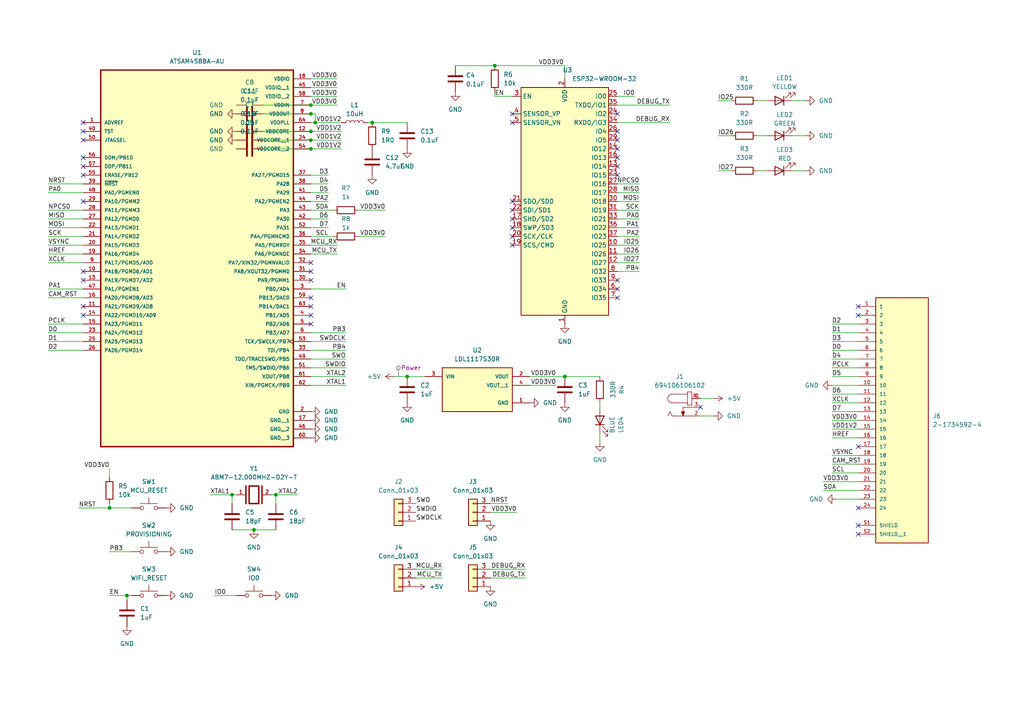
<source format=kicad_sch>
(kicad_sch (version 20250114) (generator "eeschema") (generator_version "9.0")
  (paper "A4")
  (title_block (title "EE326 Webcam Board") (date "2026-02-15") (rev "1") (company "Northwestern University"))
  (lib_symbols
    (symbol "2-1734592-4:2-1734592-4" (pin_names (offset 1.016))
      (property "Reference" "J" (at -7.62 34.29 0))
      (property "Value" "2-1734592-4" (at -7.62 -39.37 0))
      (symbol "2-1734592-4_0_0"
        (rectangle (start -7.62 -38.1) (end 7.62 33.02) (stroke (width 0.254)) (fill (type background)))
        (pin passive line (at -12.7 30.48 0) (length 5.08) (name "1") (number "1"))
        (pin passive line (at -12.7 27.94 0) (length 5.08) (name "2") (number "2"))
        (pin passive line (at -12.7 25.4 0) (length 5.08) (name "3") (number "3"))
        (pin passive line (at -12.7 22.86 0) (length 5.08) (name "4") (number "4"))
        (pin passive line (at -12.7 20.32 0) (length 5.08) (name "5") (number "5"))
        (pin passive line (at -12.7 17.78 0) (length 5.08) (name "6") (number "6"))
        (pin passive line (at -12.7 15.24 0) (length 5.08) (name "7") (number "7"))
        (pin passive line (at -12.7 12.7 0) (length 5.08) (name "8") (number "8"))
        (pin passive line (at -12.7 10.16 0) (length 5.08) (name "9") (number "9"))
        (pin passive line (at -12.7 7.62 0) (length 5.08) (name "10") (number "10"))
        (pin passive line (at -12.7 5.08 0) (length 5.08) (name "11") (number "11"))
        (pin passive line (at -12.7 2.54 0) (length 5.08) (name "12") (number "12"))
        (pin passive line (at -12.7 0 0) (length 5.08) (name "13") (number "13"))
        (pin passive line (at -12.7 -2.54 0) (length 5.08) (name "14") (number "14"))
        (pin passive line (at -12.7 -5.08 0) (length 5.08) (name "15") (number "15"))
        (pin passive line (at -12.7 -7.62 0) (length 5.08) (name "16") (number "16"))
        (pin passive line (at -12.7 -10.16 0) (length 5.08) (name "17") (number "17"))
        (pin passive line (at -12.7 -12.7 0) (length 5.08) (name "18") (number "18"))
        (pin passive line (at -12.7 -15.24 0) (length 5.08) (name "19") (number "19"))
        (pin passive line (at -12.7 -17.78 0) (length 5.08) (name "20") (number "20"))
        (pin passive line (at -12.7 -20.32 0) (length 5.08) (name "21") (number "21"))
        (pin passive line (at -12.7 -22.86 0) (length 5.08) (name "22") (number "22"))
        (pin passive line (at -12.7 -25.4 0) (length 5.08) (name "23") (number "23"))
        (pin passive line (at -12.7 -27.94 0) (length 5.08) (name "24") (number "24"))
        (pin passive line (at -12.7 -33.02 0) (length 5.08) (name "SHIELD") (number "S1"))
        (pin passive line (at -12.7 -35.56 0) (length 5.08) (name "SHIELD__1") (number "S2"))
      )
    )
    (symbol "694106106102:694106106102" (pin_names (offset 1.016))
      (property "Reference" "J" (at 0 2.54 0))
      (property "Value" "694106106102" (at -5.08 -7.62 0))
      (symbol "694106106102_0_0"
        (polyline (pts (xy -3.81 -3.81) (xy -4.445 -5.08)) (stroke (width 0.1524)))
        (polyline (pts (xy -3.175 1.27) (xy 1.27 1.27)) (stroke (width 0.1524)))
        (polyline (pts (xy -3.175 -5.08) (xy -3.81 -3.81)) (stroke (width 0.1524)))
        (arc (start -3.175 -1.27) (mid -4.4394 0) (end -3.175 1.27) (stroke (width 0.1524)))
        (polyline (pts (xy 0 -2.54) (xy 0 -5.08)) (stroke (width 0.1524)))
        (polyline (pts (xy 0 -2.54) (xy 2.54 -2.54)) (stroke (width 0.1524)))
        (polyline (pts (xy 0 -5.08) (xy -0.508 -3.81) (xy 0.508 -3.81) (xy 0 -5.08)) (stroke (width 0.1524)) (fill (type outline)))
        (polyline (pts (xy 1.27 1.905) (xy 1.27 1.27)) (stroke (width 0.1524)))
        (polyline (pts (xy 1.27 1.27) (xy 1.27 -1.27)) (stroke (width 0.1524)))
        (polyline (pts (xy 1.27 -1.27) (xy -3.175 -1.27)) (stroke (width 0.1524)))
        (polyline (pts (xy 1.27 -1.27) (xy 1.27 -1.905)) (stroke (width 0.1524)))
        (polyline (pts (xy 1.27 -1.905) (xy 2.54 -1.905)) (stroke (width 0.1524)))
        (polyline (pts (xy 2.54 1.905) (xy 1.27 1.905)) (stroke (width 0.1524)))
        (polyline (pts (xy 2.54 -1.905) (xy 2.54 1.905)) (stroke (width 0.1524)))
        (polyline (pts (xy 2.54 -5.08) (xy -3.175 -5.08)) (stroke (width 0.1524)))
        (pin power_out line (at 5.08 0 180) (length 2.54) (name "~") (number "1"))
        (pin power_out line (at 5.08 0 180) (length 2.54) (name "~") (number "A1"))
        (pin passive line (at 5.08 -2.54 180) (length 2.54) (name "~") (number "3"))
        (pin power_out line (at 5.08 -5.08 180) (length 2.54) (name "~") (number "2"))
      )
    )
    (symbol "ABM7-12.000MHZ-D2Y-T:ABM7-12.000MHZ-D2Y-T" (pin_names (offset 1.016))
      (property "Reference" "Y" (at -5.0878 3.8159 0))
      (property "Value" "ABM7-12.000MHZ-D2Y-T" (at -5.0944 -5.0944 0))
      (symbol "ABM7-12.000MHZ-D2Y-T_0_0"
        (polyline (pts (xy -2.3368 2.54) (xy -2.3368 -2.54)) (stroke (width 0.4064)))
        (polyline (pts (xy -1.397 2.54) (xy -1.397 -2.54)) (stroke (width 0.4064)))
        (polyline (pts (xy -1.397 2.54) (xy 1.397 2.54)) (stroke (width 0.4064)))
        (polyline (pts (xy 1.397 2.54) (xy 1.397 -2.54)) (stroke (width 0.4064)))
        (polyline (pts (xy 1.397 -2.54) (xy -1.397 -2.54)) (stroke (width 0.4064)))
        (polyline (pts (xy 2.3368 2.54) (xy 2.3368 -2.54)) (stroke (width 0.4064)))
        (pin passive line (at -5.08 0 0) (length 2.54) (name "~") (number "1"))
        (pin passive line (at 5.08 0 180) (length 2.54) (name "~") (number "2"))
      )
    )
    (symbol "ATSAM4S8BA-AU:ATSAM4S8BA-AU" (pin_names (offset 1.016))
      (property "Reference" "U" (at -28.066 46.9306 0))
      (property "Value" "ATSAM4S8BA-AU" (at -28.0509 -67.6975 0))
      (symbol "ATSAM4S8BA-AU_0_0"
        (rectangle (start -27.94 -63.5) (end 27.94 45.72) (stroke (width 0.41)) (fill (type background)))
        (pin input line (at -33.02 30.48 0) (length 5.08) (name "ADVREF") (number "1"))
        (pin input line (at -33.02 27.94 0) (length 5.08) (name "TST") (number "40"))
        (pin input line (at -33.02 25.4 0) (length 5.08) (name "JTAGSEL") (number "50"))
        (pin bidirectional line (at -33.02 20.32 0) (length 5.08) (name "DDM/PB10") (number "56"))
        (pin bidirectional line (at -33.02 17.78 0) (length 5.08) (name "DDP/PB11") (number "57"))
        (pin bidirectional line (at -33.02 15.24 0) (length 5.08) (name "ERASE/PB12") (number "55"))
        (pin bidirectional line (at -33.02 12.7 0) (length 5.08) (name "~{NRST}") (number "39"))
        (pin bidirectional line (at -33.02 10.16 0) (length 5.08) (name "PA0/PGMEN0") (number "48"))
        (pin bidirectional line (at -33.02 7.62 0) (length 5.08) (name "PA10/PGMM2") (number "29"))
        (pin bidirectional line (at -33.02 5.08 0) (length 5.08) (name "PA11/PGMM3") (number "28"))
        (pin bidirectional line (at -33.02 2.54 0) (length 5.08) (name "PA12/PGMD0") (number "27"))
        (pin bidirectional line (at -33.02 0 0) (length 5.08) (name "PA13/PGMD1") (number "22"))
        (pin bidirectional line (at -33.02 -2.54 0) (length 5.08) (name "PA14/PGMD2") (number "21"))
        (pin bidirectional line (at -33.02 -5.08 0) (length 5.08) (name "PA15/PGMD3") (number "20"))
        (pin bidirectional line (at -33.02 -7.62 0) (length 5.08) (name "PA16/PGMD4") (number "19"))
        (pin bidirectional line (at -33.02 -10.16 0) (length 5.08) (name "PA17/PGMD5/AD0") (number "9"))
        (pin bidirectional line (at -33.02 -12.7 0) (length 5.08) (name "PA18/PGMD6/AD1") (number "10"))
        (pin bidirectional line (at -33.02 -15.24 0) (length 5.08) (name "PA19/PGMD7/AD2") (number "13"))
        (pin bidirectional line (at -33.02 -17.78 0) (length 5.08) (name "PA1/PGMEN1") (number "47"))
        (pin bidirectional line (at -33.02 -20.32 0) (length 5.08) (name "PA20/PGMD8/AD3") (number "16"))
        (pin bidirectional line (at -33.02 -22.86 0) (length 5.08) (name "PA21/PGMD9/AD8") (number "11"))
        (pin bidirectional line (at -33.02 -25.4 0) (length 5.08) (name "PA22/PGMD10/AD9") (number "14"))
        (pin bidirectional line (at -33.02 -27.94 0) (length 5.08) (name "PA23/PGMD11") (number "15"))
        (pin bidirectional line (at -33.02 -30.48 0) (length 5.08) (name "PA24/PGMD12") (number "23"))
        (pin bidirectional line (at -33.02 -33.02 0) (length 5.08) (name "PA25/PGMD13") (number "25"))
        (pin bidirectional line (at -33.02 -35.56 0) (length 5.08) (name "PA26/PGMD14") (number "26"))
        (pin power_in line (at 33.02 43.18 180) (length 5.08) (name "VDDIO") (number "18"))
        (pin power_in line (at 33.02 40.64 180) (length 5.08) (name "VDDIO__1") (number "45"))
        (pin power_in line (at 33.02 38.1 180) (length 5.08) (name "VDDIO__2") (number "58"))
        (pin power_in line (at 33.02 35.56 180) (length 5.08) (name "VDDIN") (number "7"))
        (pin power_out line (at 33.02 33.02 180) (length 5.08) (name "VDDOUT") (number "8"))
        (pin power_in line (at 33.02 30.48 180) (length 5.08) (name "VDDPLL") (number "64"))
        (pin power_in line (at 33.02 27.94 180) (length 5.08) (name "VDDCORE") (number "12"))
        (pin power_in line (at 33.02 25.4 180) (length 5.08) (name "VDDCORE__1") (number "24"))
        (pin power_in line (at 33.02 22.86 180) (length 5.08) (name "VDDCORE__2") (number "54"))
        (pin bidirectional line (at 33.02 15.24 180) (length 5.08) (name "PA27/PGMD15") (number "37"))
        (pin bidirectional line (at 33.02 12.7 180) (length 5.08) (name "PA28") (number "38"))
        (pin bidirectional line (at 33.02 10.16 180) (length 5.08) (name "PA29") (number "41"))
        (pin bidirectional line (at 33.02 7.62 180) (length 5.08) (name "PA2/PGMEN2") (number "44"))
        (pin bidirectional line (at 33.02 5.08 180) (length 5.08) (name "PA3") (number "43"))
        (pin bidirectional line (at 33.02 2.54 180) (length 5.08) (name "PA30") (number "42"))
        (pin bidirectional line (at 33.02 0 180) (length 5.08) (name "PA31") (number "52"))
        (pin bidirectional line (at 33.02 -2.54 180) (length 5.08) (name "PA4/PGMNCMD") (number "36"))
        (pin bidirectional line (at 33.02 -5.08 180) (length 5.08) (name "PA5/PGMRDY") (number "35"))
        (pin bidirectional line (at 33.02 -7.62 180) (length 5.08) (name "PA6/PGMNOE") (number "34"))
        (pin bidirectional line (at 33.02 -10.16 180) (length 5.08) (name "PA7/XIN32/PGMNVALID") (number "32"))
        (pin bidirectional line (at 33.02 -12.7 180) (length 5.08) (name "PA8/XOUT32/PGMM0") (number "31"))
        (pin bidirectional line (at 33.02 -15.24 180) (length 5.08) (name "PA9/PGMM1") (number "30"))
        (pin bidirectional line (at 33.02 -17.78 180) (length 5.08) (name "PB0/AD4") (number "3"))
        (pin bidirectional line (at 33.02 -20.32 180) (length 5.08) (name "PB13/DAC0") (number "59"))
        (pin bidirectional line (at 33.02 -22.86 180) (length 5.08) (name "PB14/DAC1") (number "63"))
        (pin bidirectional line (at 33.02 -25.4 180) (length 5.08) (name "PB1/AD5") (number "4"))
        (pin bidirectional line (at 33.02 -27.94 180) (length 5.08) (name "PB2/AD6") (number "5"))
        (pin bidirectional line (at 33.02 -30.48 180) (length 5.08) (name "PB3/AD7") (number "6"))
        (pin bidirectional clock (at 33.02 -33.02 180) (length 5.08) (name "TCK/SWCLK/PB7") (number "53"))
        (pin bidirectional line (at 33.02 -35.56 180) (length 5.08) (name "TDI/PB4") (number "33"))
        (pin bidirectional line (at 33.02 -38.1 180) (length 5.08) (name "TDO/TRACESWO/PB5") (number "49"))
        (pin bidirectional line (at 33.02 -40.64 180) (length 5.08) (name "TMS/SWDIO/PB6") (number "51"))
        (pin bidirectional line (at 33.02 -43.18 180) (length 5.08) (name "XOUT/PB8") (number "61"))
        (pin bidirectional line (at 33.02 -45.72 180) (length 5.08) (name "XIN/PGMCK/PB9") (number "62"))
        (pin power_in line (at 33.02 -53.34 180) (length 5.08) (name "GND") (number "2"))
        (pin power_in line (at 33.02 -55.88 180) (length 5.08) (name "GND__1") (number "17"))
        (pin power_in line (at 33.02 -58.42 180) (length 5.08) (name "GND__2") (number "46"))
        (pin power_in line (at 33.02 -60.96 180) (length 5.08) (name "GND__3") (number "60"))
      )
    )
    (symbol "Connector_Generic:Conn_01x03" (pin_names (offset 1.016) (hide yes))
      (property "Reference" "J" (at 0 5.08 0))
      (property "Value" "Conn_01x03" (at 0 -5.08 0))
      (symbol "Conn_01x03_1_1"
        (rectangle (start -1.27 3.81) (end 1.27 -3.81) (stroke (width 0.254)) (fill (type background)))
        (rectangle (start -1.27 2.667) (end 0 2.413) (stroke (width 0.1524)))
        (rectangle (start -1.27 0.127) (end 0 -0.127) (stroke (width 0.1524)))
        (rectangle (start -1.27 -2.413) (end 0 -2.667) (stroke (width 0.1524)))
        (pin passive line (at -5.08 2.54 0) (length 3.81) (name "Pin_1") (number "1"))
        (pin passive line (at -5.08 0 0) (length 3.81) (name "Pin_2") (number "2"))
        (pin passive line (at -5.08 -2.54 0) (length 3.81) (name "Pin_3") (number "3"))
      )
    )
    (symbol "Device:C" (pin_numbers (hide yes)) (pin_names (offset 0.254))
      (property "Reference" "C" (at 0.635 2.54 0))
      (property "Value" "C" (at 0.635 -2.54 0))
      (symbol "C_0_1"
        (polyline (pts (xy -2.032 0.762) (xy 2.032 0.762)) (stroke (width 0.508)))
        (polyline (pts (xy -2.032 -0.762) (xy 2.032 -0.762)) (stroke (width 0.508)))
      )
      (symbol "C_1_1"
        (pin passive line (at 0 3.81 270) (length 2.794) (name "~") (number "1"))
        (pin passive line (at 0 -3.81 90) (length 2.794) (name "~") (number "2"))
      )
    )
    (symbol "Device:L" (pin_numbers (hide yes)) (pin_names (offset 1.016) (hide yes))
      (property "Reference" "L" (at -1.27 0 90))
      (property "Value" "L" (at 1.905 0 90))
      (symbol "L_0_1"
        (arc (start 0 2.54) (mid 0.6323 1.905) (end 0 1.27))
        (arc (start 0 1.27) (mid 0.6323 0.635) (end 0 0))
        (arc (start 0 0) (mid 0.6323 -0.635) (end 0 -1.27))
        (arc (start 0 -1.27) (mid 0.6323 -1.905) (end 0 -2.54))
      )
      (symbol "L_1_1"
        (pin passive line (at 0 3.81 270) (length 1.27) (name "1") (number "1"))
        (pin passive line (at 0 -3.81 90) (length 1.27) (name "2") (number "2"))
      )
    )
    (symbol "Device:LED" (pin_numbers (hide yes)) (pin_names (offset 1.016) (hide yes))
      (property "Reference" "D" (at 0 2.54 0))
      (property "Value" "LED" (at 0 -2.54 0))
      (symbol "LED_0_1"
        (polyline (pts (xy -3.048 -0.762) (xy -4.572 -2.286) (xy -3.81 -2.286) (xy -4.572 -2.286) (xy -4.572 -1.524)))
        (polyline (pts (xy -1.778 -0.762) (xy -3.302 -2.286) (xy -2.54 -2.286) (xy -3.302 -2.286) (xy -3.302 -1.524)))
        (polyline (pts (xy -1.27 0) (xy 1.27 0)))
        (polyline (pts (xy -1.27 -1.27) (xy -1.27 1.27)) (stroke (width 0.254)))
        (polyline (pts (xy 1.27 -1.27) (xy 1.27 1.27) (xy -1.27 0) (xy 1.27 -1.27)) (stroke (width 0.254)))
      )
      (symbol "LED_1_1"
        (pin passive line (at -3.81 0 0) (length 2.54) (name "K") (number "1"))
        (pin passive line (at 3.81 0 180) (length 2.54) (name "A") (number "2"))
      )
    )
    (symbol "Device:R" (pin_numbers (hide yes)) (pin_names (offset 0))
      (property "Reference" "R" (at 2.032 0 90))
      (property "Value" "R" (at 0 0 90))
      (symbol "R_0_1"
        (rectangle (start -1.016 -2.54) (end 1.016 2.54) (stroke (width 0.254)))
      )
      (symbol "R_1_1"
        (pin passive line (at 0 3.81 270) (length 1.27) (name "~") (number "1"))
        (pin passive line (at 0 -3.81 90) (length 1.27) (name "~") (number "2"))
      )
    )
    (symbol "LDL1117S30R:LDL1117S30R" (pin_names (offset 1.016))
      (property "Reference" "U" (at -10.16 7.62 0))
      (property "Value" "LDL1117S30R" (at -10.16 -12.7 0))
      (symbol "LDL1117S30R_0_0"
        (rectangle (start -10.16 -7.62) (end 10.16 5.08) (stroke (width 0.254)) (fill (type background)))
        (pin input line (at -15.24 2.54 0) (length 5.08) (name "VIN") (number "3"))
        (pin output line (at 15.24 2.54 180) (length 5.08) (name "VOUT") (number "2"))
        (pin output line (at 15.24 0 180) (length 5.08) (name "VOUT__1") (number "4"))
        (pin power_in line (at 15.24 -5.08 180) (length 5.08) (name "GND") (number "1"))
      )
    )
    (symbol "RF_Module:ESP32-WROOM-32"
      (property "Reference" "U" (at -12.7 34.29 0))
      (property "Value" "ESP32-WROOM-32" (at 1.27 34.29 0))
      (symbol "ESP32-WROOM-32_0_1"
        (rectangle (start -12.7 33.02) (end 12.7 -33.02) (stroke (width 0.254)) (fill (type background)))
      )
      (symbol "ESP32-WROOM-32_1_1"
        (pin input line (at -15.24 30.48 0) (length 2.54) (name "EN") (number "3"))
        (pin input line (at -15.24 25.4 0) (length 2.54) (name "SENSOR_VP") (number "4"))
        (pin input line (at -15.24 22.86 0) (length 2.54) (name "SENSOR_VN") (number "5"))
        (pin bidirectional line (at -15.24 0 0) (length 2.54) (name "SDO/SD0") (number "21"))
        (pin bidirectional line (at -15.24 -2.54 0) (length 2.54) (name "SDI/SD1") (number "22"))
        (pin bidirectional line (at -15.24 -5.08 0) (length 2.54) (name "SHD/SD2") (number "17"))
        (pin bidirectional line (at -15.24 -7.62 0) (length 2.54) (name "SWP/SD3") (number "18"))
        (pin bidirectional line (at -15.24 -10.16 0) (length 2.54) (name "SCK/CLK") (number "20"))
        (pin bidirectional line (at -15.24 -12.7 0) (length 2.54) (name "SCS/CMD") (number "19"))
        (pin no_connect line (at -12.7 -27.94 0) (length 2.54) (hide yes) (name "NC") (number "32"))
        (pin power_in line (at 0 35.56 270) (length 2.54) (name "VDD") (number "2"))
        (pin power_in line (at 0 -35.56 90) (length 2.54) (name "GND") (number "1"))
        (pin passive line (at 0 -35.56 90) (length 2.54) (hide yes) (name "GND") (number "15"))
        (pin passive line (at 0 -35.56 90) (length 2.54) (hide yes) (name "GND") (number "38"))
        (pin passive line (at 0 -35.56 90) (length 2.54) (hide yes) (name "GND") (number "39"))
        (pin bidirectional line (at 15.24 30.48 180) (length 2.54) (name "IO0") (number "25"))
        (pin bidirectional line (at 15.24 27.94 180) (length 2.54) (name "TXD0/IO1") (number "35"))
        (pin bidirectional line (at 15.24 25.4 180) (length 2.54) (name "IO2") (number "24"))
        (pin bidirectional line (at 15.24 22.86 180) (length 2.54) (name "RXD0/IO3") (number "34"))
        (pin bidirectional line (at 15.24 20.32 180) (length 2.54) (name "IO4") (number "26"))
        (pin bidirectional line (at 15.24 17.78 180) (length 2.54) (name "IO5") (number "29"))
        (pin bidirectional line (at 15.24 15.24 180) (length 2.54) (name "IO12") (number "14"))
        (pin bidirectional line (at 15.24 12.7 180) (length 2.54) (name "IO13") (number "16"))
        (pin bidirectional line (at 15.24 10.16 180) (length 2.54) (name "IO14") (number "13"))
        (pin bidirectional line (at 15.24 7.62 180) (length 2.54) (name "IO15") (number "23"))
        (pin bidirectional line (at 15.24 5.08 180) (length 2.54) (name "IO16") (number "27"))
        (pin bidirectional line (at 15.24 2.54 180) (length 2.54) (name "IO17") (number "28"))
        (pin bidirectional line (at 15.24 0 180) (length 2.54) (name "IO18") (number "30"))
        (pin bidirectional line (at 15.24 -2.54 180) (length 2.54) (name "IO19") (number "31"))
        (pin bidirectional line (at 15.24 -5.08 180) (length 2.54) (name "IO21") (number "33"))
        (pin bidirectional line (at 15.24 -7.62 180) (length 2.54) (name "IO22") (number "36"))
        (pin bidirectional line (at 15.24 -10.16 180) (length 2.54) (name "IO23") (number "37"))
        (pin bidirectional line (at 15.24 -12.7 180) (length 2.54) (name "IO25") (number "10"))
        (pin bidirectional line (at 15.24 -15.24 180) (length 2.54) (name "IO26") (number "11"))
        (pin bidirectional line (at 15.24 -17.78 180) (length 2.54) (name "IO27") (number "12"))
        (pin bidirectional line (at 15.24 -20.32 180) (length 2.54) (name "IO32") (number "8"))
        (pin bidirectional line (at 15.24 -22.86 180) (length 2.54) (name "IO33") (number "9"))
        (pin input line (at 15.24 -25.4 180) (length 2.54) (name "IO34") (number "6"))
        (pin input line (at 15.24 -27.94 180) (length 2.54) (name "IO35") (number "7"))
      )
    )
    (symbol "Switch:SW_Push" (pin_numbers (hide yes)) (pin_names (offset 1.016) (hide yes))
      (property "Reference" "SW" (at 1.27 2.54 0))
      (property "Value" "SW_Push" (at 0 -1.524 0))
      (symbol "SW_Push_0_1"
        (circle (center -2.032 0) (radius 0.508))
        (polyline (pts (xy 0 1.27) (xy 0 3.048)))
        (circle (center 2.032 0) (radius 0.508))
        (polyline (pts (xy 2.54 1.27) (xy -2.54 1.27)))
        (pin passive line (at -5.08 0 0) (length 2.54) (name "1") (number "1"))
        (pin passive line (at 5.08 0 180) (length 2.54) (name "2") (number "2"))
      )
    )
    (symbol "power:+5V" (power) (pin_numbers (hide yes)) (pin_names (offset 0) (hide yes))
      (property "Value" "+5V" (at 0 3.556 0))
      (symbol "+5V_0_1"
        (polyline (pts (xy -0.762 1.27) (xy 0 2.54)))
        (polyline (pts (xy 0 2.54) (xy 0.762 1.27)))
        (polyline (pts (xy 0 0) (xy 0 2.54)))
      )
      (symbol "+5V_1_1"
        (pin power_in line (at 0 0 90) (length 0) (name "~") (number "1"))
      )
    )
    (symbol "power:GND" (power) (pin_numbers (hide yes)) (pin_names (offset 0) (hide yes))
      (property "Value" "GND" (at 0 -3.81 0))
      (symbol "GND_0_1"
        (polyline (pts (xy 0 0) (xy 0 -1.27) (xy 1.27 -1.27) (xy 0 -2.54) (xy -1.27 -1.27) (xy 0 -1.27)))
      )
      (symbol "GND_1_1"
        (pin power_in line (at 0 0 270) (length 0) (name "~") (number "1"))
      )
    )
  )
  (junction (at 90.17 43.18))
  (junction (at 73.66 153.67))
  (junction (at 143.51 19.05))
  (junction (at 107.95 35.56))
  (junction (at 80.01 143.51))
  (junction (at 91.44 35.56))
  (junction (at 67.31 143.51))
  (junction (at 31.75 147.32))
  (junction (at 36.83 172.72))
  (junction (at 118.11 109.22))
  (junction (at 90.17 33.02))
  (junction (at 90.17 40.64))
  (junction (at 90.17 38.1))
  (junction (at 90.17 30.48))
  (junction (at 163.83 109.22))
  (no_connect (at 248.92 147.32))
  (no_connect (at 148.59 33.02))
  (no_connect (at 248.92 154.94))
  (no_connect (at 90.17 91.44))
  (no_connect (at 24.13 48.26))
  (no_connect (at 24.13 38.1))
  (no_connect (at 24.13 40.64))
  (no_connect (at 179.07 45.72))
  (no_connect (at 179.07 86.36))
  (no_connect (at 24.13 35.56))
  (no_connect (at 24.13 50.8))
  (no_connect (at 24.13 45.72))
  (no_connect (at 90.17 78.74))
  (no_connect (at 179.07 48.26))
  (no_connect (at 90.17 76.2))
  (no_connect (at 90.17 88.9))
  (no_connect (at 148.59 60.96))
  (no_connect (at 179.07 50.8))
  (no_connect (at 24.13 58.42))
  (no_connect (at 90.17 86.36))
  (no_connect (at 203.2 118.11))
  (no_connect (at 148.59 58.42))
  (no_connect (at 148.59 66.04))
  (no_connect (at 179.07 83.82))
  (no_connect (at 248.92 129.54))
  (no_connect (at 148.59 35.56))
  (no_connect (at 179.07 81.28))
  (no_connect (at 179.07 43.18))
  (no_connect (at 24.13 78.74))
  (no_connect (at 148.59 68.58))
  (no_connect (at 179.07 38.1))
  (no_connect (at 248.92 91.44))
  (no_connect (at 179.07 40.64))
  (no_connect (at 248.92 152.4))
  (no_connect (at 148.59 63.5))
  (no_connect (at 148.59 71.12))
  (no_connect (at 24.13 81.28))
  (no_connect (at 24.13 91.44))
  (no_connect (at 90.17 93.98))
  (no_connect (at 248.92 88.9))
  (no_connect (at 179.07 33.02))
  (no_connect (at 90.17 81.28))
  (no_connect (at 24.13 88.9))
  (wire (pts (xy 90.17 96.52) (xy 100.33 96.52)))
  (wire (pts (xy 90.17 43.18) (xy 99.06 43.18)))
  (wire (pts (xy 95.25 58.42) (xy 90.17 58.42)))
  (wire (pts (xy 13.97 83.82) (xy 24.13 83.82)))
  (wire (pts (xy 104.14 60.96) (xy 111.76 60.96)))
  (wire (pts (xy 31.75 172.72) (xy 36.83 172.72)))
  (wire (pts (xy 207.01 115.57) (xy 203.2 115.57)))
  (wire (pts (xy 207.01 120.65) (xy 203.2 120.65)))
  (wire (pts (xy 185.42 58.42) (xy 179.07 58.42)))
  (wire (pts (xy 13.97 99.06) (xy 24.13 99.06)))
  (wire (pts (xy 241.3 114.3) (xy 248.92 114.3)))
  (wire (pts (xy 67.31 153.67) (xy 73.66 153.67)))
  (wire (pts (xy 76.2 30.48) (xy 90.17 30.48)))
  (wire (pts (xy 238.76 139.7) (xy 248.92 139.7)))
  (wire (pts (xy 13.97 68.58) (xy 24.13 68.58)))
  (wire (pts (xy 179.07 68.58) (xy 185.42 68.58)))
  (wire (pts (xy 241.3 109.22) (xy 248.92 109.22)))
  (wire (pts (xy 241.3 121.92) (xy 248.92 121.92)))
  (wire (pts (xy 208.28 39.37) (xy 212.09 39.37)))
  (wire (pts (xy 241.3 119.38) (xy 248.92 119.38)))
  (wire (pts (xy 128.27 165.1) (xy 120.65 165.1)))
  (wire (pts (xy 241.3 111.76) (xy 248.92 111.76)))
  (wire (pts (xy 13.97 53.34) (xy 24.13 53.34)))
  (wire (pts (xy 194.31 35.56) (xy 179.07 35.56)))
  (wire (pts (xy 194.31 30.48) (xy 179.07 30.48)))
  (wire (pts (xy 143.51 19.05) (xy 163.83 19.05)))
  (wire (pts (xy 219.71 29.21) (xy 222.25 29.21)))
  (wire (pts (xy 152.4 167.64) (xy 142.24 167.64)))
  (wire (pts (xy 31.75 147.32) (xy 38.1 147.32)))
  (wire (pts (xy 179.07 66.04) (xy 185.42 66.04)))
  (wire (pts (xy 185.42 73.66) (xy 179.07 73.66)))
  (wire (pts (xy 143.51 27.94) (xy 148.59 27.94)))
  (wire (pts (xy 31.75 146.05) (xy 31.75 147.32)))
  (wire (pts (xy 128.27 167.64) (xy 120.65 167.64)))
  (wire (pts (xy 107.95 35.56) (xy 118.11 35.56)))
  (wire (pts (xy 219.71 39.37) (xy 222.25 39.37)))
  (wire (pts (xy 241.3 116.84) (xy 248.92 116.84)))
  (wire (pts (xy 118.11 109.22) (xy 123.19 109.22)))
  (wire (pts (xy 241.3 106.68) (xy 248.92 106.68)))
  (wire (pts (xy 13.97 55.88) (xy 24.13 55.88)))
  (wire (pts (xy 152.4 165.1) (xy 142.24 165.1)))
  (wire (pts (xy 91.44 33.02) (xy 91.44 35.56)))
  (wire (pts (xy 76.2 40.64) (xy 90.17 40.64)))
  (wire (pts (xy 90.17 40.64) (xy 99.06 40.64)))
  (wire (pts (xy 76.2 38.1) (xy 90.17 38.1)))
  (wire (pts (xy 185.42 55.88) (xy 179.07 55.88)))
  (wire (pts (xy 80.01 146.05) (xy 80.01 143.51)))
  (wire (pts (xy 91.44 35.56) (xy 99.06 35.56)))
  (wire (pts (xy 241.3 101.6) (xy 248.92 101.6)))
  (wire (pts (xy 100.33 109.22) (xy 90.17 109.22)))
  (wire (pts (xy 90.17 27.94) (xy 97.79 27.94)))
  (wire (pts (xy 95.25 53.34) (xy 90.17 53.34)))
  (wire (pts (xy 173.99 116.84) (xy 173.99 118.11)))
  (wire (pts (xy 90.17 63.5) (xy 95.25 63.5)))
  (wire (pts (xy 100.33 111.76) (xy 90.17 111.76)))
  (wire (pts (xy 163.83 109.22) (xy 173.99 109.22)))
  (wire (pts (xy 90.17 25.4) (xy 97.79 25.4)))
  (wire (pts (xy 100.33 83.82) (xy 90.17 83.82)))
  (wire (pts (xy 179.07 27.94) (xy 184.15 27.94)))
  (wire (pts (xy 86.36 143.51) (xy 80.01 143.51)))
  (wire (pts (xy 241.3 132.08) (xy 248.92 132.08)))
  (wire (pts (xy 95.25 50.8) (xy 90.17 50.8)))
  (wire (pts (xy 90.17 66.04) (xy 95.25 66.04)))
  (wire (pts (xy 241.3 134.62) (xy 248.92 134.62)))
  (wire (pts (xy 13.97 96.52) (xy 24.13 96.52)))
  (wire (pts (xy 185.42 53.34) (xy 179.07 53.34)))
  (wire (pts (xy 90.17 33.02) (xy 91.44 33.02)))
  (wire (pts (xy 185.42 78.74) (xy 179.07 78.74)))
  (wire (pts (xy 241.3 124.46) (xy 248.92 124.46)))
  (wire (pts (xy 104.14 68.58) (xy 111.76 68.58)))
  (wire (pts (xy 132.08 19.05) (xy 143.51 19.05)))
  (wire (pts (xy 229.87 39.37) (xy 233.68 39.37)))
  (wire (pts (xy 13.97 76.2) (xy 24.13 76.2)))
  (wire (pts (xy 62.23 172.72) (xy 68.58 172.72)))
  (wire (pts (xy 241.3 96.52) (xy 248.92 96.52)))
  (wire (pts (xy 13.97 101.6) (xy 24.13 101.6)))
  (wire (pts (xy 100.33 104.14) (xy 90.17 104.14)))
  (wire (pts (xy 13.97 71.12) (xy 24.13 71.12)))
  (wire (pts (xy 60.96 143.51) (xy 67.31 143.51)))
  (wire (pts (xy 76.2 33.02) (xy 90.17 33.02)))
  (wire (pts (xy 76.2 43.18) (xy 90.17 43.18)))
  (wire (pts (xy 185.42 76.2) (xy 179.07 76.2)))
  (wire (pts (xy 208.28 49.53) (xy 212.09 49.53)))
  (wire (pts (xy 96.52 68.58) (xy 90.17 68.58)))
  (wire (pts (xy 90.17 60.96) (xy 96.52 60.96)))
  (wire (pts (xy 173.99 128.27) (xy 173.99 125.73)))
  (wire (pts (xy 90.17 35.56) (xy 91.44 35.56)))
  (wire (pts (xy 31.75 160.02) (xy 38.1 160.02)))
  (wire (pts (xy 13.97 60.96) (xy 24.13 60.96)))
  (wire (pts (xy 153.67 109.22) (xy 163.83 109.22)))
  (wire (pts (xy 67.31 143.51) (xy 68.58 143.51)))
  (wire (pts (xy 229.87 49.53) (xy 233.68 49.53)))
  (wire (pts (xy 208.28 29.21) (xy 212.09 29.21)))
  (wire (pts (xy 143.51 26.67) (xy 143.51 27.94)))
  (wire (pts (xy 185.42 60.96) (xy 179.07 60.96)))
  (wire (pts (xy 13.97 66.04) (xy 24.13 66.04)))
  (wire (pts (xy 163.83 19.05) (xy 163.83 22.86)))
  (wire (pts (xy 219.71 49.53) (xy 222.25 49.53)))
  (wire (pts (xy 90.17 38.1) (xy 99.06 38.1)))
  (wire (pts (xy 147.32 146.05) (xy 142.24 146.05)))
  (wire (pts (xy 13.97 73.66) (xy 24.13 73.66)))
  (wire (pts (xy 106.68 35.56) (xy 107.95 35.56)))
  (wire (pts (xy 100.33 99.06) (xy 90.17 99.06)))
  (wire (pts (xy 242.57 144.78) (xy 248.92 144.78)))
  (wire (pts (xy 241.3 104.14) (xy 248.92 104.14)))
  (wire (pts (xy 13.97 93.98) (xy 24.13 93.98)))
  (wire (pts (xy 97.79 71.12) (xy 90.17 71.12)))
  (wire (pts (xy 13.97 86.36) (xy 24.13 86.36)))
  (wire (pts (xy 100.33 106.68) (xy 90.17 106.68)))
  (wire (pts (xy 97.79 73.66) (xy 90.17 73.66)))
  (wire (pts (xy 80.01 143.51) (xy 78.74 143.51)))
  (wire (pts (xy 241.3 93.98) (xy 248.92 93.98)))
  (wire (pts (xy 36.83 172.72) (xy 38.1 172.72)))
  (wire (pts (xy 114.3 109.22) (xy 118.11 109.22)))
  (wire (pts (xy 238.76 142.24) (xy 248.92 142.24)))
  (wire (pts (xy 241.3 99.06) (xy 248.92 99.06)))
  (wire (pts (xy 179.07 63.5) (xy 185.42 63.5)))
  (wire (pts (xy 185.42 71.12) (xy 179.07 71.12)))
  (wire (pts (xy 22.86 147.32) (xy 31.75 147.32)))
  (wire (pts (xy 161.29 111.76) (xy 153.67 111.76)))
  (wire (pts (xy 31.75 135.89) (xy 31.75 138.43)))
  (wire (pts (xy 13.97 63.5) (xy 24.13 63.5)))
  (wire (pts (xy 90.17 55.88) (xy 95.25 55.88)))
  (wire (pts (xy 100.33 101.6) (xy 90.17 101.6)))
  (wire (pts (xy 229.87 29.21) (xy 233.68 29.21)))
  (wire (pts (xy 90.17 30.48) (xy 97.79 30.48)))
  (wire (pts (xy 241.3 127) (xy 248.92 127)))
  (wire (pts (xy 67.31 146.05) (xy 67.31 143.51)))
  (wire (pts (xy 73.66 153.67) (xy 80.01 153.67)))
  (wire (pts (xy 241.3 137.16) (xy 248.92 137.16)))
  (wire (pts (xy 97.79 22.86) (xy 90.17 22.86)))
  (wire (pts (xy 149.86 148.59) (xy 142.24 148.59)))
  (wire (pts (xy 36.83 172.72) (xy 36.83 173.99)))
  (label "D4" (at 95.25 53.34 180))
  (label "PA1" (at 185.42 66.04 180))
  (label "DEBUG_RX" (at 152.4 165.1 180))
  (label "VDD3V0" (at 241.3 121.92 0))
  (label "D5" (at 241.3 109.22 0))
  (label "SWDCLK" (at 100.33 99.06 180))
  (label "MCU_TX" (at 128.27 167.64 180))
  (label "VDD3V0" (at 111.76 68.58 180))
  (label "VDD3V0" (at 161.29 109.22 180))
  (label "NRST" (at 147.32 146.05 180))
  (label "VDD3V0" (at 149.86 148.59 180))
  (label "IO27" (at 185.42 76.2 180))
  (label "NRST" (at 13.97 53.34 0))
  (label "D6" (at 241.3 114.3 0))
  (label "PB3" (at 31.75 160.02 0))
  (label "PA2" (at 185.42 68.58 180))
  (label "NRST" (at 22.86 147.32 0))
  (label "VDD3V0" (at 97.79 22.86 180))
  (label "VDD1V2" (at 241.3 124.46 0))
  (label "XCLK" (at 13.97 76.2 0))
  (label "VDD1V2" (at 99.06 40.64 180))
  (label "D1" (at 241.3 96.52 0))
  (label "IO26" (at 208.28 39.37 0))
  (label "SWDCLK" (at 120.65 151.13 0))
  (label "IO27" (at 208.28 49.53 0))
  (label "D7" (at 95.25 66.04 180))
  (label "PB3" (at 100.33 96.52 180))
  (label "PB4" (at 185.42 78.74 180))
  (label "VSYNC" (at 13.97 71.12 0))
  (label "VDD3V0" (at 111.76 60.96 180))
  (label "XTAL2" (at 86.36 143.51 180))
  (label "D4" (at 241.3 104.14 0))
  (label "XCLK" (at 241.3 116.84 0))
  (label "PB4" (at 100.33 101.6 180))
  (label "IO25" (at 208.28 29.21 0))
  (label "SWDIO" (at 120.65 148.59 0))
  (label "VDD3V0" (at 238.76 139.7 0))
  (label "VDD3V0" (at 97.79 27.94 180))
  (label "PA1" (at 13.97 83.82 0))
  (label "PA0" (at 13.97 55.88 0))
  (label "PA0" (at 185.42 63.5 180))
  (label "SCL" (at 95.25 68.58 180))
  (label "SCL" (at 241.3 137.16 0))
  (label "DEBUG_RX" (at 194.31 35.56 180))
  (label "XTAL1" (at 100.33 111.76 180))
  (label "CAM_RST" (at 13.97 86.36 0))
  (label "D0" (at 241.3 101.6 0))
  (label "XTAL2" (at 100.33 109.22 180))
  (label "PCLK" (at 13.97 93.98 0))
  (label "MOSI" (at 13.97 66.04 0))
  (label "CAM_RST" (at 241.3 134.62 0))
  (label "VDD3V0" (at 97.79 30.48 180))
  (label "NPCS0" (at 185.42 53.34 180))
  (label "HREF" (at 241.3 127 0))
  (label "MOSI" (at 185.42 58.42 180))
  (label "VDD3V0" (at 97.79 25.4 180))
  (label "IO26" (at 185.42 73.66 180))
  (label "IO0" (at 184.15 27.94 180))
  (label "SWO" (at 120.65 146.05 0))
  (label "D3" (at 241.3 99.06 0))
  (label "IO0" (at 62.23 172.72 0))
  (label "MCU_TX" (at 97.79 73.66 180))
  (label "D6" (at 95.25 63.5 180))
  (label "D2" (at 13.97 101.6 0))
  (label "SCK" (at 185.42 60.96 180))
  (label "SWO" (at 100.33 104.14 180))
  (label "MCU_RX" (at 97.79 71.12 180))
  (label "VDD3V0" (at 31.75 135.89 180))
  (label "DEBUG_TX" (at 152.4 167.64 180))
  (label "SWDIO" (at 100.33 106.68 180))
  (label "VDD3V0" (at 161.29 111.76 180))
  (label "HREF" (at 13.97 73.66 0))
  (label "D7" (at 241.3 119.38 0))
  (label "D1" (at 13.97 99.06 0))
  (label "XTAL1" (at 60.96 143.51 0))
  (label "PCLK" (at 241.3 106.68 0))
  (label "SDA" (at 238.76 142.24 0))
  (label "EN" (at 31.75 172.72 0))
  (label "VDD1V2" (at 99.06 43.18 180))
  (label "DEBUG_TX" (at 194.31 30.48 180))
  (label "NPCS0" (at 13.97 60.96 0))
  (label "VDD3V0" (at 156.21 19.05 0))
  (label "D0" (at 13.97 96.52 0))
  (label "EN" (at 143.51 27.94 0))
  (label "MISO" (at 13.97 63.5 0))
  (label "D5" (at 95.25 55.88 180))
  (label "D3" (at 95.25 50.8 180))
  (label "EN" (at 100.33 83.82 180))
  (label "SDA" (at 95.25 60.96 180))
  (label "IO25" (at 185.42 71.12 180))
  (label "MCU_RX" (at 128.27 165.1 180))
  (label "VDD1V2" (at 99.06 35.56 180))
  (label "MISO" (at 185.42 55.88 180))
  (label "SCK" (at 13.97 68.58 0))
  (label "VSYNC" (at 241.3 132.08 0))
  (label "D2" (at 241.3 93.98 0))
  (label "VDD1V2" (at 99.06 38.1 180))
  (label "PA2" (at 95.25 58.42 180))
  (netclass_flag "" (length 2.54) (shape round) (at 115.57 109.22 0) (property "Netclass" "Power" (at 116.2685 106.68 0) (effects (justify left))))
  (symbol (lib_id "Device:C") (at 72.39 33.02 90) (unit 1)
    (property "Reference" "C11" (at 72.39 26.416 90))
    (property "Value" "0.1uF" (at 72.39 28.956 90))
    (property "Footprint" "Capacitor_SMD:C_0805_2012Metric" (effects (hide yes)))
    (property "Description" "Unpolarized capacitor" (effects (hide yes)))
  )
  (symbol (lib_id "Device:C") (at 72.39 30.48 90) (unit 1)
    (property "Reference" "C8" (at 72.39 23.876 90))
    (property "Value" "0.1uF" (at 72.39 26.416 90))
    (property "Footprint" "Capacitor_SMD:C_0805_2012Metric" (effects (hide yes)))
    (property "Description" "Unpolarized capacitor" (effects (hide yes)))
  )
  (symbol (lib_id "Device:L") (at 102.87 35.56 90) (unit 1)
    (property "Reference" "L1" (at 102.87 30.48 90))
    (property "Value" "10uH" (at 102.87 33.02 90))
    (property "Footprint" "Inductor_SMD:L_0805_2012Metric" (effects (hide yes)))
    (property "Description" "Inductor" (effects (hide yes)))
  )
  (symbol (lib_id "Device:R") (at 173.99 113.03 0) (unit 1)
    (property "Reference" "R4" (at 180.34 113.03 90))
    (property "Value" "330R" (at 177.8 113.03 90))
    (property "Footprint" "Resistor_SMD:R_0805_2012Metric" (effects (hide yes)))
    (property "Description" "Resistor" (effects (hide yes)))
  )
  (symbol (lib_id "Device:C") (at 132.08 22.86 0) (unit 1)
    (property "Reference" "C4" (at 135.128 21.844 0) (effects (justify left)))
    (property "Value" "0.1uF" (at 135.128 24.384 0) (effects (justify left)))
    (property "Footprint" "Capacitor_SMD:C_0805_2012Metric" (effects (hide yes)))
    (property "Description" "Unpolarized capacitor" (effects (hide yes)))
  )
  (symbol (lib_id "power:GND") (at 233.68 29.21 90) (unit 1)
    (property "Reference" "#PWR014" (effects (hide yes)))
    (property "Value" "GND" (at 237.49 29.2099 90) (effects (justify right)))
    (property "Description" "Power symbol creates a global label with name \"GND\" , ground" (effects (hide yes)))
  )
  (symbol (lib_id "Device:C") (at 72.39 40.64 270) (mirror x) (unit 1)
    (property "Reference" "C10" (at 72.39 33.02 90))
    (property "Value" "0.1uF" (at 72.39 35.56 90))
    (property "Footprint" "Capacitor_SMD:C_0805_2012Metric" (effects (hide yes)))
    (property "Description" "Unpolarized capacitor" (effects (hide yes)))
  )
  (symbol (lib_id "ATSAM4S8BA-AU:ATSAM4S8BA-AU") (at 57.15 66.04 0) (unit 1)
    (property "Reference" "U1" (at 57.15 15.24 0))
    (property "Value" "ATSAM4S8BA-AU" (at 57.15 17.78 0))
    (property "Footprint" "ATSAM4S8BA_AU:QFP50P1200X1200X160-64N" (effects (hide yes)))
    (property "Description" "IC MCU 32BIT 512KB FLASH 64LQFP" (effects (hide yes)))
    (property "MF" "Microchip" (effects (hide yes)))
    (property "DIGI-KEY_PURCHASE_URL" "https://www.digikey.com/product-detail/en/microchip-technology/ATSAM4S8BA-AU/ATSAM4S8BA-AU-ND/3593645?WT.z_cid=ref_snapeda&utm_source=snapeda&utm_medium=aggregator&utm_campaign=buynow" (effects (hide yes)))
    (property "DESCRIPTION" "IC MCU 32BIT 512KB FLASH 64LQFP" (effects (hide yes)))
    (property "PACKAGE" "LQFP-64 Microchip" (effects (hide yes)))
    (property "MP" "ATSAM4S8BA-AU" (effects (hide yes)))
    (property "DIGI-KEY_PART_NUMBER" "ATSAM4S8BA-AU-ND" (effects (hide yes)))
  )
  (symbol (lib_id "power:GND") (at 48.26 172.72 90) (unit 1)
    (property "Reference" "#PWR011" (effects (hide yes)))
    (property "Value" "GND" (at 52.07 172.7199 90) (effects (justify right)))
    (property "Description" "Power symbol creates a global label with name \"GND\" , ground" (effects (hide yes)))
  )
  (symbol (lib_id "power:GND") (at 142.24 151.13 0) (unit 1)
    (property "Reference" "#PWR010" (effects (hide yes)))
    (property "Value" "GND" (at 142.24 156.21 0))
    (property "Description" "Power symbol creates a global label with name \"GND\" , ground" (effects (hide yes)))
  )
  (symbol (lib_id "Device:R") (at 143.51 22.86 0) (unit 1)
    (property "Reference" "R6" (at 146.05 21.5899 0) (effects (justify left)))
    (property "Value" "10k" (at 146.05 24.1299 0) (effects (justify left)))
    (property "Footprint" "Resistor_SMD:R_0805_2012Metric" (effects (hide yes)))
    (property "Description" "Resistor" (effects (hide yes)))
  )
  (symbol (lib_id "power:GND") (at 68.58 40.64 270) (unit 1)
    (property "Reference" "#PWR031" (effects (hide yes)))
    (property "Value" "GND" (at 64.77 40.6399 90) (effects (justify right)))
    (property "Description" "Power symbol creates a global label with name \"GND\" , ground" (effects (hide yes)))
  )
  (symbol (lib_id "694106106102:694106106102") (at 198.12 115.57 0) (unit 1)
    (property "Reference" "J1" (at 197.1675 109.22 0))
    (property "Value" "694106106102" (at 197.1675 111.76 0))
    (property "Footprint" "694106106102:694106106102" (effects (hide yes)))
  )
  (symbol (lib_id "power:GND") (at 132.08 26.67 0) (unit 1)
    (property "Reference" "#PWR08" (effects (hide yes)))
    (property "Value" "GND" (at 132.08 31.75 0))
    (property "Description" "Power symbol creates a global label with name \"GND\" , ground" (effects (hide yes)))
  )
  (symbol (lib_id "Device:R") (at 100.33 60.96 90) (unit 1)
    (property "Reference" "R7" (at 100.33 54.61 90))
    (property "Value" "1k" (at 100.33 57.15 90))
    (property "Footprint" "Resistor_SMD:R_0805_2012Metric" (effects (hide yes)))
    (property "Description" "Resistor" (effects (hide yes)))
  )
  (symbol (lib_id "Switch:SW_Push") (at 43.18 147.32 0) (unit 1)
    (property "Reference" "SW1" (at 43.18 139.7 0))
    (property "Value" "MCU_RESET" (at 43.18 142.24 0))
    (property "Footprint" "EE326_PUSH_BTN:pushbutton" (effects (hide yes)))
    (property "Description" "Push button switch, generic, two pins" (effects (hide yes)))
  )
  (symbol (lib_id "power:GND") (at 90.17 121.92 90) (unit 1)
    (property "Reference" "#PWR020" (effects (hide yes)))
    (property "Value" "GND" (at 93.98 121.9199 90) (effects (justify right)))
    (property "Description" "Power symbol creates a global label with name \"GND\" , ground" (effects (hide yes)))
  )
  (symbol (lib_id "Device:R") (at 31.75 142.24 0) (unit 1)
    (property "Reference" "R5" (at 34.29 140.9699 0) (effects (justify left)))
    (property "Value" "10k" (at 34.29 143.5099 0) (effects (justify left)))
    (property "Footprint" "Resistor_SMD:R_0805_2012Metric" (effects (hide yes)))
    (property "Description" "Resistor" (effects (hide yes)))
  )
  (symbol (lib_id "Device:R") (at 215.9 39.37 90) (unit 1)
    (property "Reference" "R2" (at 215.9 33.02 90))
    (property "Value" "330R" (at 215.9 35.56 90))
    (property "Footprint" "Resistor_SMD:R_0805_2012Metric" (effects (hide yes)))
    (property "Description" "Resistor" (effects (hide yes)))
  )
  (symbol (lib_id "RF_Module:ESP32-WROOM-32") (at 163.83 58.42 0) (unit 1)
    (property "Reference" "U3" (at 165.9733 20.32 0) (effects (justify right)))
    (property "Value" "ESP32-WROOM-32" (at 165.9733 22.86 0) (effects (justify left)))
    (property "Footprint" "RF_Module:ESP32-WROOM-32E" (effects (hide yes)))
    (property "Datasheet" "https://www.espressif.com/sites/default/files/documentation/esp32-wroom-32_datasheet_en.pdf" (effects (hide yes)))
    (property "Description" "RF Module, ESP32-D0WDQ6 SoC, Wi-Fi 802.11b/g/n, Bluetooth, BLE, 32-bit, 2.7-3.6V, onboard antenna, SMD" (effects (hide yes)))
  )
  (symbol (lib_id "2-1734592-4:2-1734592-4") (at 261.62 119.38 0) (unit 1)
    (property "Reference" "J6" (at 270.51 120.6499 0) (effects (justify left)))
    (property "Value" "2-1734592-4" (at 270.51 123.1899 0) (effects (justify left)))
    (property "Footprint" "2_1734592_4:TE_2-1734592-4" (effects (hide yes)))
    (property "PARTREV" "C" (effects (hide yes)))
    (property "STANDARD" "Manufacturer Recommendations" (effects (hide yes)))
    (property "MAXIMUM_PACKAGE_HEIGHT" "2.05mm" (effects (hide yes)))
    (property "MANUFACTURER" "TE Connectivity" (effects (hide yes)))
  )
  (symbol (lib_id "power:GND") (at 173.99 128.27 0) (unit 1)
    (property "Reference" "#PWR017" (effects (hide yes)))
    (property "Value" "GND" (at 173.99 133.35 0))
    (property "Description" "Power symbol creates a global label with name \"GND\" , ground" (effects (hide yes)))
  )
  (symbol (lib_id "power:GND") (at 68.58 43.18 270) (unit 1)
    (property "Reference" "#PWR030" (effects (hide yes)))
    (property "Value" "GND" (at 64.77 43.1799 90) (effects (justify right)))
    (property "Description" "Power symbol creates a global label with name \"GND\" , ground" (effects (hide yes)))
  )
  (symbol (lib_id "power:GND") (at 118.11 43.18 0) (unit 1)
    (property "Reference" "#PWR034" (effects (hide yes)))
    (property "Value" "GND" (at 118.11 48.26 0))
    (property "Description" "Power symbol creates a global label with name \"GND\" , ground" (effects (hide yes)))
  )
  (symbol (lib_id "Device:LED") (at 173.99 121.92 90) (unit 1)
    (property "Reference" "LED4" (at 180.086 123.19 0))
    (property "Value" "BLUE" (at 177.546 123.19 0))
    (property "Footprint" "LED_SMD:LED_0603_1608Metric" (effects (hide yes)))
    (property "Description" "Light emitting diode" (effects (hide yes)))
    (property "Sim.Pins" "1=K 2=A" (effects (hide yes)))
  )
  (symbol (lib_id "power:GND") (at 242.57 144.78 270) (unit 1)
    (property "Reference" "#PWR026" (effects (hide yes)))
    (property "Value" "GND" (at 238.76 144.7799 90) (effects (justify right)))
    (property "Description" "Power symbol creates a global label with name \"GND\" , ground" (effects (hide yes)))
  )
  (symbol (lib_id "Device:C") (at 67.31 149.86 180) (unit 1)
    (property "Reference" "C5" (at 71.12 148.5899 0) (effects (justify right)))
    (property "Value" "18pF" (at 71.12 151.1299 0) (effects (justify right)))
    (property "Footprint" "Capacitor_SMD:C_0805_2012Metric" (effects (hide yes)))
    (property "Description" "Unpolarized capacitor" (effects (hide yes)))
  )
  (symbol (lib_id "ABM7-12.000MHZ-D2Y-T:ABM7-12.000MHZ-D2Y-T") (at 73.66 143.51 0) (unit 1)
    (property "Reference" "Y1" (at 73.66 135.89 0))
    (property "Value" "ABM7-12.000MHZ-D2Y-T" (at 73.66 138.43 0))
    (property "Footprint" "ABM7_12_000MHZ_D2Y_T:XTAL_ABM7-12.000MHZ-D2Y-T" (effects (hide yes)))
    (property "PARTREV" "9/3/2019" (effects (hide yes)))
    (property "STANDARD" "Manufacturer Recommendations" (effects (hide yes)))
    (property "MAXIMUM_PACKAGE_HEIGHT" "1.4 mm" (effects (hide yes)))
    (property "MANUFACTURER" "Abracon" (effects (hide yes)))
  )
  (symbol (lib_id "Device:LED") (at 226.06 49.53 180) (unit 1)
    (property "Reference" "LED3" (at 227.584 43.434 0))
    (property "Value" "RED" (at 227.584 45.974 0))
    (property "Footprint" "LED_SMD:LED_0603_1608Metric" (effects (hide yes)))
    (property "Description" "Light emitting diode" (effects (hide yes)))
    (property "Sim.Pins" "1=K 2=A" (effects (hide yes)))
  )
  (symbol (lib_id "Device:R") (at 215.9 29.21 90) (unit 1)
    (property "Reference" "R1" (at 215.9 22.86 90))
    (property "Value" "330R" (at 215.9 25.4 90))
    (property "Footprint" "Resistor_SMD:R_0805_2012Metric" (effects (hide yes)))
    (property "Description" "Resistor" (effects (hide yes)))
  )
  (symbol (lib_id "Device:LED") (at 226.06 29.21 180) (unit 1)
    (property "Reference" "LED1" (at 227.584 22.606 0))
    (property "Value" "YELLOW" (at 227.584 25.146 0))
    (property "Footprint" "LED_SMD:LED_0603_1608Metric" (effects (hide yes)))
    (property "Description" "Light emitting diode" (effects (hide yes)))
    (property "Sim.Pins" "1=K 2=A" (effects (hide yes)))
  )
  (symbol (lib_id "power:GND") (at 90.17 127 90) (unit 1)
    (property "Reference" "#PWR022" (effects (hide yes)))
    (property "Value" "GND" (at 93.98 126.9999 90) (effects (justify right)))
    (property "Description" "Power symbol creates a global label with name \"GND\" , ground" (effects (hide yes)))
  )
  (symbol (lib_id "power:GND") (at 163.83 93.98 0) (unit 1)
    (property "Reference" "#PWR09" (effects (hide yes)))
    (property "Value" "GND" (at 163.83 99.06 0))
    (property "Description" "Power symbol creates a global label with name \"GND\" , ground" (effects (hide yes)))
  )
  (symbol (lib_id "power:+5V") (at 114.3 109.22 90) (unit 1)
    (property "Reference" "#PWR03" (effects (hide yes)))
    (property "Value" "+5V" (at 110.49 109.2199 90) (effects (justify left)))
    (property "Description" "Power symbol creates a global label with name \"+5V\"" (effects (hide yes)))
  )
  (symbol (lib_id "power:GND") (at 142.24 170.18 0) (unit 1)
    (property "Reference" "#PWR023" (effects (hide yes)))
    (property "Value" "GND" (at 142.24 175.26 0))
    (property "Description" "Power symbol creates a global label with name \"GND\" , ground" (effects (hide yes)))
  )
  (symbol (lib_id "Switch:SW_Push") (at 43.18 172.72 0) (unit 1)
    (property "Reference" "SW3" (at 43.18 165.1 0))
    (property "Value" "WIFI_RESET" (at 43.18 167.64 0))
    (property "Footprint" "EE326_PUSH_BTN:pushbutton" (effects (hide yes)))
    (property "Description" "Push button switch, generic, two pins" (effects (hide yes)))
  )
  (symbol (lib_id "Device:R") (at 100.33 68.58 90) (unit 1)
    (property "Reference" "R8" (at 100.33 63.5 90))
    (property "Value" "1k" (at 100.33 66.04 90))
    (property "Footprint" "Resistor_SMD:R_0805_2012Metric" (effects (hide yes)))
    (property "Description" "Resistor" (effects (hide yes)))
  )
  (symbol (lib_id "power:GND") (at 207.01 120.65 90) (unit 1)
    (property "Reference" "#PWR02" (effects (hide yes)))
    (property "Value" "GND" (at 210.82 120.6499 90) (effects (justify right)))
    (property "Description" "Power symbol creates a global label with name \"GND\" , ground" (effects (hide yes)))
  )
  (symbol (lib_id "Device:C") (at 163.83 113.03 0) (unit 1)
    (property "Reference" "C3" (at 167.64 111.7599 0) (effects (justify left)))
    (property "Value" "1uF" (at 167.64 114.2999 0) (effects (justify left)))
    (property "Footprint" "Capacitor_SMD:C_0805_2012Metric" (effects (hide yes)))
    (property "Description" "Unpolarized capacitor" (effects (hide yes)))
  )
  (symbol (lib_id "LDL1117S30R:LDL1117S30R") (at 138.43 111.76 0) (unit 1)
    (property "Reference" "U2" (at 138.43 101.6 0))
    (property "Value" "LDL1117S30R" (at 138.43 104.14 0))
    (property "Footprint" "LDL1117S30R:SOT230P700X180-4N" (effects (hide yes)))
    (property "PARTREV" "7" (effects (hide yes)))
    (property "STANDARD" "IPC 7351B" (effects (hide yes)))
    (property "MANUFACTURER" "STMicroelectronics" (effects (hide yes)))
    (property "MAXIMUM_PACKAGE_HEIGHT" "1.8 mm" (effects (hide yes)))
    (property "SNAPEDA_PN" "LDL1117S30R" (effects (hide yes)))
  )
  (symbol (lib_id "Connector_Generic:Conn_01x03") (at 137.16 148.59 180) (unit 1)
    (property "Reference" "J3" (at 137.16 139.7 0))
    (property "Value" "Conn_01x03" (at 137.16 142.24 0))
    (property "Footprint" "Connector_PinHeader_2.54mm:PinHeader_1x03_P2.54mm_Vertical" (effects (hide yes)))
    (property "Description" "Generic connector, single row, 01x03, script generated (kicad-library-utils/schlib/autogen/connector/)" (effects (hide yes)))
  )
  (symbol (lib_id "power:+5V") (at 207.01 115.57 270) (unit 1)
    (property "Reference" "#PWR01" (effects (hide yes)))
    (property "Value" "+5V" (at 210.82 115.5699 90) (effects (justify left)))
    (property "Description" "Power symbol creates a global label with name \"+5V\"" (effects (hide yes)))
  )
  (symbol (lib_id "power:GND") (at 118.11 116.84 0) (unit 1)
    (property "Reference" "#PWR018" (effects (hide yes)))
    (property "Value" "GND" (at 118.11 121.92 0))
    (property "Description" "Power symbol creates a global label with name \"GND\" , ground" (effects (hide yes)))
  )
  (symbol (lib_id "Switch:SW_Push") (at 73.66 172.72 0) (unit 1)
    (property "Reference" "SW4" (at 73.66 165.1 0))
    (property "Value" "IO0" (at 73.66 167.64 0))
    (property "Footprint" "EE326_PUSH_BTN:pushbutton" (effects (hide yes)))
    (property "Description" "Push button switch, generic, two pins" (effects (hide yes)))
  )
  (symbol (lib_id "power:GND") (at 163.83 116.84 0) (unit 1)
    (property "Reference" "#PWR019" (effects (hide yes)))
    (property "Value" "GND" (at 163.83 121.92 0))
    (property "Description" "Power symbol creates a global label with name \"GND\" , ground" (effects (hide yes)))
  )
  (symbol (lib_id "power:GND") (at 36.83 181.61 0) (unit 1)
    (property "Reference" "#PWR012" (effects (hide yes)))
    (property "Value" "GND" (at 36.83 186.69 0))
    (property "Description" "Power symbol creates a global label with name \"GND\" , ground" (effects (hide yes)))
  )
  (symbol (lib_id "Device:R") (at 215.9 49.53 90) (unit 1)
    (property "Reference" "R3" (at 215.9 43.18 90))
    (property "Value" "330R" (at 215.9 45.72 90))
    (property "Footprint" "Resistor_SMD:R_0805_2012Metric" (effects (hide yes)))
    (property "Description" "Resistor" (effects (hide yes)))
  )
  (symbol (lib_id "Switch:SW_Push") (at 43.18 160.02 0) (unit 1)
    (property "Reference" "SW2" (at 43.18 152.4 0))
    (property "Value" "PROVISIONING" (at 43.18 154.94 0))
    (property "Footprint" "EE326_PUSH_BTN:pushbutton" (effects (hide yes)))
    (property "Description" "Push button switch, generic, two pins" (effects (hide yes)))
  )
  (symbol (lib_id "Device:C") (at 80.01 149.86 180) (unit 1)
    (property "Reference" "C6" (at 83.82 148.5899 0) (effects (justify right)))
    (property "Value" "18pF" (at 83.82 151.1299 0) (effects (justify right)))
    (property "Footprint" "Capacitor_SMD:C_0805_2012Metric" (effects (hide yes)))
    (property "Description" "Unpolarized capacitor" (effects (hide yes)))
  )
  (symbol (lib_id "power:GND") (at 68.58 33.02 270) (unit 1)
    (property "Reference" "#PWR032" (effects (hide yes)))
    (property "Value" "GND" (at 64.77 33.0199 90) (effects (justify right)))
    (property "Description" "Power symbol creates a global label with name \"GND\" , ground" (effects (hide yes)))
  )
  (symbol (lib_id "Device:C") (at 36.83 177.8 0) (unit 1)
    (property "Reference" "C1" (at 40.64 176.5299 0) (effects (justify left)))
    (property "Value" "1uF" (at 40.64 179.0699 0) (effects (justify left)))
    (property "Footprint" "Capacitor_SMD:C_0805_2012Metric" (effects (hide yes)))
    (property "Description" "Unpolarized capacitor" (effects (hide yes)))
  )
  (symbol (lib_id "Device:C") (at 72.39 38.1 90) (unit 1)
    (property "Reference" "C7" (at 72.39 30.48 90))
    (property "Value" "0.1uF" (at 72.39 33.02 90))
    (property "Footprint" "Capacitor_SMD:C_0805_2012Metric" (effects (hide yes)))
    (property "Description" "Unpolarized capacitor" (effects (hide yes)))
  )
  (symbol (lib_id "Device:R") (at 107.95 39.37 0) (unit 1)
    (property "Reference" "R9" (at 110.49 38.0999 0) (effects (justify left)))
    (property "Value" "1R0" (at 110.49 40.6399 0) (effects (justify left)))
    (property "Footprint" "Resistor_SMD:R_0805_2012Metric" (effects (hide yes)))
    (property "Description" "Resistor" (effects (hide yes)))
  )
  (symbol (lib_id "power:GND") (at 48.26 147.32 90) (unit 1)
    (property "Reference" "#PWR06" (effects (hide yes)))
    (property "Value" "GND" (at 52.07 147.3199 90) (effects (justify right)))
    (property "Description" "Power symbol creates a global label with name \"GND\" , ground" (effects (hide yes)))
  )
  (symbol (lib_id "power:GND") (at 68.58 38.1 270) (unit 1)
    (property "Reference" "#PWR028" (effects (hide yes)))
    (property "Value" "GND" (at 64.77 38.0999 90) (effects (justify right)))
    (property "Description" "Power symbol creates a global label with name \"GND\" , ground" (effects (hide yes)))
  )
  (symbol (lib_id "Device:C") (at 107.95 46.99 0) (unit 1)
    (property "Reference" "C12" (at 111.76 45.7199 0) (effects (justify left)))
    (property "Value" "4.7uF" (at 111.76 48.2599 0) (effects (justify left)))
    (property "Footprint" "Capacitor_SMD:C_0805_2012Metric" (effects (hide yes)))
    (property "Description" "Unpolarized capacitor" (effects (hide yes)))
  )
  (symbol (lib_id "power:GND") (at 233.68 39.37 90) (unit 1)
    (property "Reference" "#PWR015" (effects (hide yes)))
    (property "Value" "GND" (at 237.49 39.3699 90) (effects (justify right)))
    (property "Description" "Power symbol creates a global label with name \"GND\" , ground" (effects (hide yes)))
  )
  (symbol (lib_id "power:GND") (at 68.58 30.48 270) (unit 1)
    (property "Reference" "#PWR029" (effects (hide yes)))
    (property "Value" "GND" (at 64.77 30.4799 90) (effects (justify right)))
    (property "Description" "Power symbol creates a global label with name \"GND\" , ground" (effects (hide yes)))
  )
  (symbol (lib_id "power:+5V") (at 120.65 170.18 270) (unit 1)
    (property "Reference" "#PWR024" (effects (hide yes)))
    (property "Value" "+5V" (at 124.46 170.1799 90) (effects (justify left)))
    (property "Description" "Power symbol creates a global label with name \"+5V\"" (effects (hide yes)))
  )
  (symbol (lib_id "power:GND") (at 241.3 111.76 270) (unit 1)
    (property "Reference" "#PWR027" (effects (hide yes)))
    (property "Value" "GND" (at 237.49 111.7599 90) (effects (justify right)))
    (property "Description" "Power symbol creates a global label with name \"GND\" , ground" (effects (hide yes)))
  )
  (symbol (lib_id "power:GND") (at 90.17 119.38 90) (unit 1)
    (property "Reference" "#PWR07" (effects (hide yes)))
    (property "Value" "GND" (at 93.98 119.3799 90) (effects (justify right)))
    (property "Description" "Power symbol creates a global label with name \"GND\" , ground" (effects (hide yes)))
  )
  (symbol (lib_id "power:GND") (at 233.68 49.53 90) (unit 1)
    (property "Reference" "#PWR016" (effects (hide yes)))
    (property "Value" "GND" (at 237.49 49.5299 90) (effects (justify right)))
    (property "Description" "Power symbol creates a global label with name \"GND\" , ground" (effects (hide yes)))
  )
  (symbol (lib_id "power:GND") (at 107.95 50.8 0) (unit 1)
    (property "Reference" "#PWR033" (effects (hide yes)))
    (property "Value" "GND" (at 107.95 55.88 0))
    (property "Description" "Power symbol creates a global label with name \"GND\" , ground" (effects (hide yes)))
  )
  (symbol (lib_id "power:GND") (at 78.74 172.72 90) (unit 1)
    (property "Reference" "#PWR013" (effects (hide yes)))
    (property "Value" "GND" (at 82.55 172.7199 90) (effects (justify right)))
    (property "Description" "Power symbol creates a global label with name \"GND\" , ground" (effects (hide yes)))
  )
  (symbol (lib_id "Device:C") (at 72.39 43.18 90) (unit 1)
    (property "Reference" "C9" (at 72.39 35.56 90))
    (property "Value" "0.1uF" (at 72.39 38.1 90))
    (property "Footprint" "Capacitor_SMD:C_0805_2012Metric" (effects (hide yes)))
    (property "Description" "Unpolarized capacitor" (effects (hide yes)))
  )
  (symbol (lib_id "Connector_Generic:Conn_01x03") (at 115.57 167.64 180) (unit 1)
    (property "Reference" "J4" (at 115.57 158.75 0))
    (property "Value" "Conn_01x03" (at 115.57 161.29 0))
    (property "Footprint" "Connector_PinHeader_2.54mm:PinHeader_1x03_P2.54mm_Vertical" (effects (hide yes)))
    (property "Description" "Generic connector, single row, 01x03, script generated (kicad-library-utils/schlib/autogen/connector/)" (effects (hide yes)))
  )
  (symbol (lib_id "Connector_Generic:Conn_01x03") (at 137.16 167.64 180) (unit 1)
    (property "Reference" "J5" (at 137.16 158.75 0))
    (property "Value" "Conn_01x03" (at 137.16 161.29 0))
    (property "Footprint" "Connector_PinHeader_2.54mm:PinHeader_1x03_P2.54mm_Vertical" (effects (hide yes)))
    (property "Description" "Generic connector, single row, 01x03, script generated (kicad-library-utils/schlib/autogen/connector/)" (effects (hide yes)))
  )
  (symbol (lib_id "Connector_Generic:Conn_01x03") (at 115.57 148.59 180) (unit 1)
    (property "Reference" "J2" (at 115.57 139.7 0))
    (property "Value" "Conn_01x03" (at 115.57 142.24 0))
    (property "Footprint" "Connector_PinHeader_2.54mm:PinHeader_1x03_P2.54mm_Vertical" (effects (hide yes)))
    (property "Description" "Generic connector, single row, 01x03, script generated (kicad-library-utils/schlib/autogen/connector/)" (effects (hide yes)))
  )
  (symbol (lib_id "power:GND") (at 90.17 124.46 90) (unit 1)
    (property "Reference" "#PWR021" (effects (hide yes)))
    (property "Value" "GND" (at 93.98 124.4599 90) (effects (justify right)))
    (property "Description" "Power symbol creates a global label with name \"GND\" , ground" (effects (hide yes)))
  )
  (symbol (lib_id "power:GND") (at 73.66 153.67 0) (unit 1)
    (property "Reference" "#PWR025" (effects (hide yes)))
    (property "Value" "GND" (at 73.66 158.75 0))
    (property "Description" "Power symbol creates a global label with name \"GND\" , ground" (effects (hide yes)))
  )
  (symbol (lib_id "Device:C") (at 118.11 113.03 0) (unit 1)
    (property "Reference" "C2" (at 121.92 111.7599 0) (effects (justify left)))
    (property "Value" "1uF" (at 121.92 114.2999 0) (effects (justify left)))
    (property "Footprint" "Capacitor_SMD:C_0805_2012Metric" (effects (hide yes)))
    (property "Description" "Unpolarized capacitor" (effects (hide yes)))
  )
  (symbol (lib_id "Device:C") (at 118.11 39.37 0) (unit 1)
    (property "Reference" "C13" (at 121.92 38.0999 0) (effects (justify left)))
    (property "Value" "0.1uF" (at 121.92 40.6399 0) (effects (justify left)))
    (property "Footprint" "Capacitor_SMD:C_0805_2012Metric" (effects (hide yes)))
    (property "Description" "Unpolarized capacitor" (effects (hide yes)))
  )
  (symbol (lib_id "power:GND") (at 48.26 160.02 90) (unit 1)
    (property "Reference" "#PWR04" (effects (hide yes)))
    (property "Value" "GND" (at 52.07 160.0199 90) (effects (justify right)))
    (property "Description" "Power symbol creates a global label with name \"GND\" , ground" (effects (hide yes)))
  )
  (symbol (lib_id "Device:LED") (at 226.06 39.37 180) (unit 1)
    (property "Reference" "LED2" (at 227.584 33.274 0))
    (property "Value" "GREEN" (at 227.584 35.814 0))
    (property "Footprint" "LED_SMD:LED_0603_1608Metric" (effects (hide yes)))
    (property "Description" "Light emitting diode" (effects (hide yes)))
    (property "Sim.Pins" "1=K 2=A" (effects (hide yes)))
  )
  (symbol (lib_id "power:GND") (at 153.67 116.84 90) (unit 1)
    (property "Reference" "#PWR05" (effects (hide yes)))
    (property "Value" "GND" (at 157.48 116.8399 90) (effects (justify right)))
    (property "Description" "Power symbol creates a global label with name \"GND\" , ground" (effects (hide yes)))
  )
)
</source>
